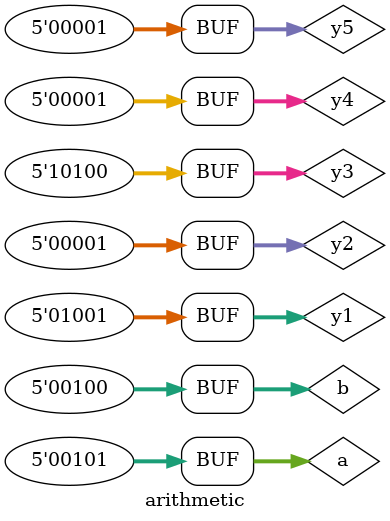
<source format=v>
module arithmetic;
  reg [5:1]a,b;
  reg [5:1]y1,y2,y3,y4,y5;
  initial begin
    a=5;b=4;
    y1=a+b;
 #10y2=a-b;
 #10y3=a*b;
 #10y4=a/b;
 #10y5=a%b;
  end
  initial begin
  $monitor("\%t y1=%d,y2=%d,y3=%d,y4=%d,y5=%d",$time,y1,y2,y3,y4,y5,);
  end
endmodule

</source>
